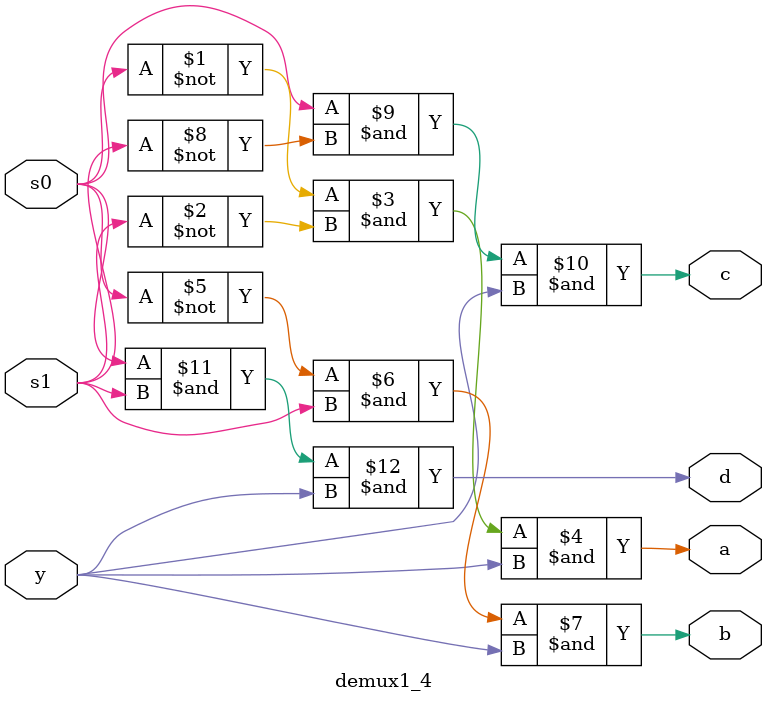
<source format=v>
`timescale 1ns / 1ps


module demux1_4(input y,s0,s1,output a,b,c,d);
assign a=~s0&~s1&y;
assign b=~s0&s1&y;
assign c=s0&~s1&y;
assign d=s0&s1&y;
endmodule

</source>
